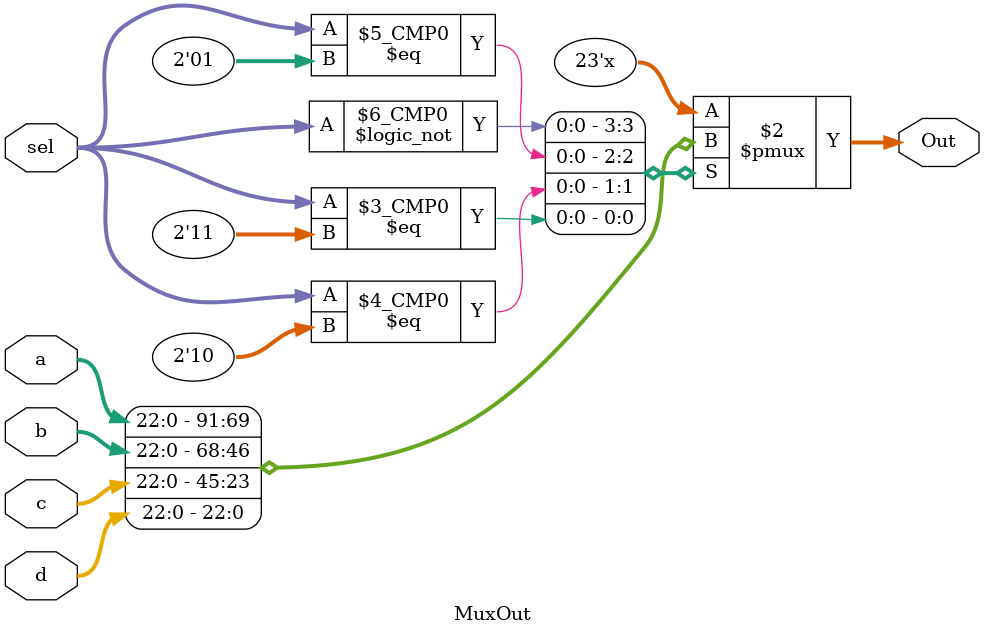
<source format=v>
`timescale 1ns / 1ps
module MuxOut#(parameter ancho=23,selector=2)(input wire [ancho-1:0] a,b,c,d, 
input wire [selector-1:0] sel,
output reg [ancho-1:0] Out);
	 

always @* 
	begin
		case(sel) //selección de la entrada que se mostrará en la salida

		2'b00:begin 
			Out<=a;
				end


		2'b01:begin 
			Out<=b;
		
			end

		2'b10:begin 
			Out<=c;
		
			end

		2'b11:begin 
			Out<=d;
		
		end

		endcase
	end

endmodule





</source>
